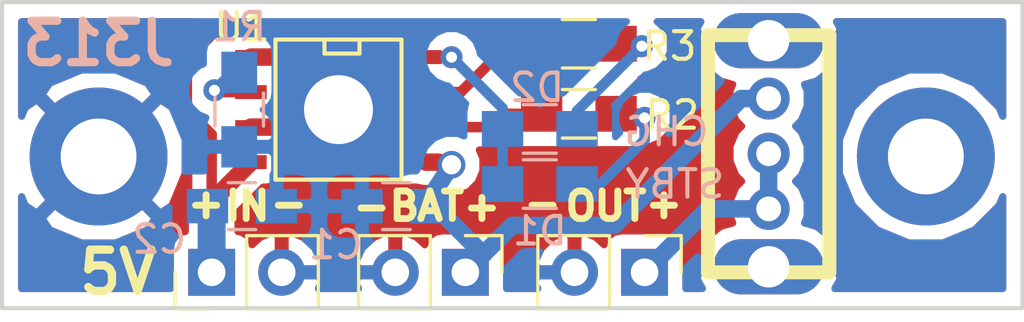
<source format=kicad_pcb>
(kicad_pcb (version 20171130) (host pcbnew "(5.0.2)-1")

  (general
    (thickness 1.6)
    (drawings 23)
    (tracks 58)
    (zones 0)
    (modules 14)
    (nets 10)
  )

  (page A4)
  (layers
    (0 F.Cu signal)
    (31 B.Cu signal)
    (32 B.Adhes user)
    (33 F.Adhes user)
    (34 B.Paste user)
    (35 F.Paste user)
    (36 B.SilkS user)
    (37 F.SilkS user)
    (38 B.Mask user)
    (39 F.Mask user)
    (40 Dwgs.User user)
    (41 Cmts.User user hide)
    (42 Eco1.User user)
    (43 Eco2.User user)
    (44 Edge.Cuts user)
    (45 Margin user)
    (46 B.CrtYd user)
    (47 F.CrtYd user)
    (48 B.Fab user)
    (49 F.Fab user)
  )

  (setup
    (last_trace_width 0.25)
    (user_trace_width 0.254)
    (user_trace_width 0.381)
    (user_trace_width 0.635)
    (user_trace_width 1.016)
    (user_trace_width 1.27)
    (trace_clearance 0.2)
    (zone_clearance 0.508)
    (zone_45_only no)
    (trace_min 0.2)
    (segment_width 0.2)
    (edge_width 0.15)
    (via_size 0.8)
    (via_drill 0.4)
    (via_min_size 0.4)
    (via_min_drill 0.3)
    (user_via 1 0.7)
    (uvia_size 0.3)
    (uvia_drill 0.1)
    (uvias_allowed no)
    (uvia_min_size 0.2)
    (uvia_min_drill 0.1)
    (pcb_text_width 0.3)
    (pcb_text_size 1.5 1.5)
    (mod_edge_width 0.15)
    (mod_text_size 1 1)
    (mod_text_width 0.15)
    (pad_size 4 4)
    (pad_drill 2.5)
    (pad_to_mask_clearance 0.2)
    (solder_mask_min_width 0.25)
    (aux_axis_origin 0 0)
    (grid_origin 171.6 90.1)
    (visible_elements 7FFDFFFF)
    (pcbplotparams
      (layerselection 0x010f0_ffffffff)
      (usegerberextensions true)
      (usegerberattributes false)
      (usegerberadvancedattributes false)
      (creategerberjobfile false)
      (excludeedgelayer true)
      (linewidth 0.100000)
      (plotframeref false)
      (viasonmask false)
      (mode 1)
      (useauxorigin false)
      (hpglpennumber 1)
      (hpglpenspeed 20)
      (hpglpendiameter 15.000000)
      (psnegative false)
      (psa4output false)
      (plotreference true)
      (plotvalue true)
      (plotinvisibletext false)
      (padsonsilk false)
      (subtractmaskfromsilk false)
      (outputformat 1)
      (mirror false)
      (drillshape 0)
      (scaleselection 1)
      (outputdirectory ""))
  )

  (net 0 "")
  (net 1 "Net-(J1-Pad1)")
  (net 2 "Net-(C1-Pad1)")
  (net 3 GND)
  (net 4 "Net-(C2-Pad1)")
  (net 5 "Net-(D1-Pad1)")
  (net 6 "Net-(D2-Pad1)")
  (net 7 "Net-(R1-Pad2)")
  (net 8 "Net-(R2-Pad1)")
  (net 9 "Net-(R3-Pad1)")

  (net_class Default "This is the default net class."
    (clearance 0.2)
    (trace_width 0.25)
    (via_dia 0.8)
    (via_drill 0.4)
    (uvia_dia 0.3)
    (uvia_drill 0.1)
    (add_net GND)
    (add_net "Net-(C1-Pad1)")
    (add_net "Net-(C2-Pad1)")
    (add_net "Net-(D1-Pad1)")
    (add_net "Net-(D2-Pad1)")
    (add_net "Net-(J1-Pad1)")
    (add_net "Net-(R1-Pad2)")
    (add_net "Net-(R2-Pad1)")
    (add_net "Net-(R3-Pad1)")
  )

  (module modules:CK_MINI_SLIDE_SWITCH (layer F.Cu) (tedit 5C88CD12) (tstamp 5BDABB13)
    (at 180.3 87.3 90)
    (path /5C890328)
    (fp_text reference SW1 (at 0.1 -1.3 90) (layer F.SilkS) hide
      (effects (font (size 1 1) (thickness 0.15)))
    )
    (fp_text value POWER (at 0 1.27 90) (layer F.Fab) hide
      (effects (font (size 1 1) (thickness 0.15)))
    )
    (fp_line (start -4.3 -2.2) (end -4.3 2.2) (layer F.SilkS) (width 0.508))
    (fp_line (start -4.3 2.2) (end 4.3 2.2) (layer F.SilkS) (width 0.508))
    (fp_line (start 4.3 2.2) (end 4.3 -2.2) (layer F.SilkS) (width 0.508))
    (fp_line (start 4.3 -2.2) (end -4.3 -2.2) (layer F.SilkS) (width 0.508))
    (pad 4 thru_hole oval (at -4.1 0 90) (size 2 4) (drill 1.5) (layers *.Cu *.Mask)
      (net 3 GND))
    (pad 1 thru_hole circle (at -2 0 90) (size 1.524 1.524) (drill 0.9) (layers *.Cu *.Mask)
      (net 1 "Net-(J1-Pad1)"))
    (pad 3 thru_hole circle (at 2 0 90) (size 1.524 1.524) (drill 0.9) (layers *.Cu *.Mask)
      (net 2 "Net-(C1-Pad1)"))
    (pad 2 thru_hole circle (at 0 0 90) (size 1.524 1.524) (drill 0.9) (layers *.Cu *.Mask)
      (net 1 "Net-(J1-Pad1)"))
    (pad 4 thru_hole oval (at 4.1 0 90) (size 2 4) (drill 1.5) (layers *.Cu *.Mask)
      (net 3 GND))
  )

  (module Pin_Headers:Pin_Header_Straight_1x02_Pitch2.54mm (layer F.Cu) (tedit 5C352302) (tstamp 5C3545CF)
    (at 169.3 91.6 270)
    (descr "Through hole straight pin header, 1x02, 2.54mm pitch, single row")
    (tags "Through hole pin header THT 1x02 2.54mm single row")
    (path /5C355001)
    (fp_text reference J2 (at 0 1.1938 270) (layer F.SilkS) hide
      (effects (font (size 1 1) (thickness 0.15)))
    )
    (fp_text value BAT (at -1.905 1.27) (layer F.Fab)
      (effects (font (size 1 1) (thickness 0.15)))
    )
    (fp_text user %R (at 0 1.27) (layer F.Fab)
      (effects (font (size 1 1) (thickness 0.15)))
    )
    (fp_line (start 1.8 -1.8) (end -1.8 -1.8) (layer F.CrtYd) (width 0.05))
    (fp_line (start 1.8 4.35) (end 1.8 -1.8) (layer F.CrtYd) (width 0.05))
    (fp_line (start -1.8 4.35) (end 1.8 4.35) (layer F.CrtYd) (width 0.05))
    (fp_line (start -1.8 -1.8) (end -1.8 4.35) (layer F.CrtYd) (width 0.05))
    (fp_line (start -1.33 -1.33) (end 0 -1.33) (layer F.SilkS) (width 0.12))
    (fp_line (start -1.33 0) (end -1.33 -1.33) (layer F.SilkS) (width 0.12))
    (fp_line (start -1.33 1.27) (end 1.33 1.27) (layer F.SilkS) (width 0.12))
    (fp_line (start 1.33 1.27) (end 1.33 3.87) (layer F.SilkS) (width 0.12))
    (fp_line (start -1.33 1.27) (end -1.33 3.87) (layer F.SilkS) (width 0.12))
    (fp_line (start -1.33 3.87) (end 1.33 3.87) (layer F.SilkS) (width 0.12))
    (fp_line (start -1.27 -0.635) (end -0.635 -1.27) (layer F.Fab) (width 0.1))
    (fp_line (start -1.27 3.81) (end -1.27 -0.635) (layer F.Fab) (width 0.1))
    (fp_line (start 1.27 3.81) (end -1.27 3.81) (layer F.Fab) (width 0.1))
    (fp_line (start 1.27 -1.27) (end 1.27 3.81) (layer F.Fab) (width 0.1))
    (fp_line (start -0.635 -1.27) (end 1.27 -1.27) (layer F.Fab) (width 0.1))
    (pad 2 thru_hole oval (at 0 2.54 270) (size 1.7 1.7) (drill 1) (layers *.Cu *.Mask)
      (net 3 GND))
    (pad 1 thru_hole rect (at 0 0 270) (size 1.7 1.7) (drill 1) (layers *.Cu *.Mask)
      (net 2 "Net-(C1-Pad1)"))
    (model ${KISYS3DMOD}/Pin_Headers.3dshapes/Pin_Header_Straight_1x02_Pitch2.54mm.wrl
      (at (xyz 0 0 0))
      (scale (xyz 1 1 1))
      (rotate (xyz 0 0 0))
    )
  )

  (module Resistors_SMD:R_0805_HandSoldering (layer B.Cu) (tedit 5C88CFF9) (tstamp 5C3545A3)
    (at 172 86.4 180)
    (descr "Resistor SMD 0805, hand soldering")
    (tags "resistor 0805")
    (path /5C3542D9)
    (attr smd)
    (fp_text reference D2 (at 0.1 1.5 180) (layer B.SilkS)
      (effects (font (size 1 1) (thickness 0.15)) (justify mirror))
    )
    (fp_text value CHG (at 0.0508 1.6002 180) (layer B.Fab)
      (effects (font (size 1 1) (thickness 0.15)) (justify mirror))
    )
    (fp_line (start 2.35 -0.9) (end -2.35 -0.9) (layer B.CrtYd) (width 0.05))
    (fp_line (start 2.35 -0.9) (end 2.35 0.9) (layer B.CrtYd) (width 0.05))
    (fp_line (start -2.35 0.9) (end -2.35 -0.9) (layer B.CrtYd) (width 0.05))
    (fp_line (start -2.35 0.9) (end 2.35 0.9) (layer B.CrtYd) (width 0.05))
    (fp_line (start -0.6 0.88) (end 0.6 0.88) (layer B.SilkS) (width 0.12))
    (fp_line (start 0.6 -0.88) (end -0.6 -0.88) (layer B.SilkS) (width 0.12))
    (fp_line (start -1 0.62) (end 1 0.62) (layer B.Fab) (width 0.1))
    (fp_line (start 1 0.62) (end 1 -0.62) (layer B.Fab) (width 0.1))
    (fp_line (start 1 -0.62) (end -1 -0.62) (layer B.Fab) (width 0.1))
    (fp_line (start -1 -0.62) (end -1 0.62) (layer B.Fab) (width 0.1))
    (fp_text user %R (at 0 0 180) (layer B.Fab)
      (effects (font (size 0.5 0.5) (thickness 0.075)) (justify mirror))
    )
    (pad 2 smd rect (at 1.35 0 180) (size 1.5 1.3) (layers B.Cu B.Paste B.Mask)
      (net 4 "Net-(C2-Pad1)"))
    (pad 1 smd rect (at -1.35 0 180) (size 1.5 1.3) (layers B.Cu B.Paste B.Mask)
      (net 6 "Net-(D2-Pad1)"))
    (model ${KISYS3DMOD}/Resistors_SMD.3dshapes/R_0805.wrl
      (at (xyz 0 0 0))
      (scale (xyz 1 1 1))
      (rotate (xyz 0 0 0))
    )
  )

  (module Mounting_Holes:MountingHole_2.5mm_Pad (layer F.Cu) (tedit 5C88C9CE) (tstamp 5C35D1BC)
    (at 156 87.4)
    (descr "Mounting Hole 2.5mm")
    (tags "mounting hole 2.5mm")
    (path /5C88D0CE)
    (attr virtual)
    (fp_text reference H1 (at 0 -3.5) (layer F.SilkS) hide
      (effects (font (size 1 1) (thickness 0.15)))
    )
    (fp_text value "Mounting Holes" (at 0 3.5) (layer F.Fab)
      (effects (font (size 1 1) (thickness 0.15)))
    )
    (fp_text user %R (at 0.3 0) (layer F.Fab)
      (effects (font (size 1 1) (thickness 0.15)))
    )
    (fp_circle (center 0 0) (end 2.5 0) (layer Cmts.User) (width 0.15))
    (fp_circle (center 0 0) (end 2.75 0) (layer F.CrtYd) (width 0.05))
    (pad 1 thru_hole circle (at 0 0) (size 5 5) (drill 2.75) (layers *.Cu *.Mask)
      (net 3 GND))
  )

  (module Mounting_Holes:MountingHole_2.5mm_Pad (layer F.Cu) (tedit 5C88C9C9) (tstamp 5C35D1B4)
    (at 186 87.4)
    (descr "Mounting Hole 2.5mm")
    (tags "mounting hole 2.5mm")
    (attr virtual)
    (fp_text reference H1 (at 0 -3.5) (layer F.SilkS) hide
      (effects (font (size 1 1) (thickness 0.15)))
    )
    (fp_text value "" (at 0 3.5) (layer F.Fab)
      (effects (font (size 1 1) (thickness 0.15)))
    )
    (fp_circle (center 0 0) (end 2.75 0) (layer F.CrtYd) (width 0.05))
    (fp_circle (center 0 0) (end 2.5 0) (layer Cmts.User) (width 0.15))
    (fp_text user %R (at 0.3 0) (layer F.Fab)
      (effects (font (size 1 1) (thickness 0.15)))
    )
    (pad 1 thru_hole circle (at 0 0) (size 5 5) (drill 2.75) (layers *.Cu *.Mask))
  )

  (module modules:SOIC-8-N-POWERPAD (layer F.Cu) (tedit 5C88CF27) (tstamp 5C35462B)
    (at 164.7 85.7 270)
    (descr "Module Narrow CMS SOJ 8 pins large")
    (tags "CMS SOJ")
    (path /5C353E09)
    (attr smd)
    (fp_text reference U1 (at -3 3.5) (layer F.SilkS)
      (effects (font (size 1 1) (thickness 0.15)))
    )
    (fp_text value TP4056 (at 0 1.27 270) (layer F.Fab)
      (effects (font (size 1 1) (thickness 0.15)))
    )
    (fp_line (start -2.54 -2.286) (end 2.54 -2.286) (layer F.SilkS) (width 0.15))
    (fp_line (start 2.54 -2.286) (end 2.54 2.286) (layer F.SilkS) (width 0.15))
    (fp_line (start 2.54 2.286) (end -2.54 2.286) (layer F.SilkS) (width 0.15))
    (fp_line (start -2.54 2.286) (end -2.54 -2.286) (layer F.SilkS) (width 0.15))
    (fp_line (start -2.54 -0.762) (end -2.032 -0.762) (layer F.SilkS) (width 0.15))
    (fp_line (start -2.032 -0.762) (end -2.032 0.508) (layer F.SilkS) (width 0.15))
    (fp_line (start -2.032 0.508) (end -2.54 0.508) (layer F.SilkS) (width 0.15))
    (pad 8 smd rect (at -1.905 -3.175 270) (size 0.508 1.143) (layers F.Cu F.Paste F.Mask)
      (net 4 "Net-(C2-Pad1)"))
    (pad 7 smd rect (at -0.635 -3.175 270) (size 0.508 1.143) (layers F.Cu F.Paste F.Mask)
      (net 9 "Net-(R3-Pad1)"))
    (pad 6 smd rect (at 0.635 -3.175 270) (size 0.508 1.143) (layers F.Cu F.Paste F.Mask)
      (net 8 "Net-(R2-Pad1)"))
    (pad 5 smd rect (at 1.905 -3.175 270) (size 0.508 1.143) (layers F.Cu F.Paste F.Mask)
      (net 2 "Net-(C1-Pad1)"))
    (pad 4 smd rect (at 1.905 3.175 270) (size 0.508 1.143) (layers F.Cu F.Paste F.Mask)
      (net 4 "Net-(C2-Pad1)"))
    (pad 3 smd rect (at 0.635 3.175 270) (size 0.508 1.143) (layers F.Cu F.Paste F.Mask)
      (net 3 GND))
    (pad 2 smd rect (at -0.635 3.175 270) (size 0.508 1.143) (layers F.Cu F.Paste F.Mask)
      (net 7 "Net-(R1-Pad2)"))
    (pad 1 smd rect (at -1.905 3.175 270) (size 0.508 1.143) (layers F.Cu F.Paste F.Mask)
      (net 3 GND))
    (pad 3 thru_hole rect (at 0 0 270) (size 4 4) (drill 2.5) (layers *.Cu *.Mask)
      (net 3 GND) (zone_connect 2))
    (model SMD_Packages.3dshapes/SOIC-8-N.wrl
      (at (xyz 0 0 0))
      (scale (xyz 0.5 0.38 0.5))
      (rotate (xyz 0 0 0))
    )
  )

  (module Capacitors_SMD:C_0805_HandSoldering (layer B.Cu) (tedit 5C88CFDE) (tstamp 5C354570)
    (at 166.8 89.2 180)
    (descr "Capacitor SMD 0805, hand soldering")
    (tags "capacitor 0805")
    (path /5C353F7F)
    (attr smd)
    (fp_text reference C1 (at 2.2 -1.4 180) (layer B.SilkS)
      (effects (font (size 1 1) (thickness 0.15)) (justify mirror))
    )
    (fp_text value 10u (at -0.0254 0 180) (layer B.Fab)
      (effects (font (size 1 1) (thickness 0.15)) (justify mirror))
    )
    (fp_text user %R (at 2.9 -1.3 180) (layer B.Fab)
      (effects (font (size 1 1) (thickness 0.15)) (justify mirror))
    )
    (fp_line (start -1 -0.62) (end -1 0.62) (layer B.Fab) (width 0.1))
    (fp_line (start 1 -0.62) (end -1 -0.62) (layer B.Fab) (width 0.1))
    (fp_line (start 1 0.62) (end 1 -0.62) (layer B.Fab) (width 0.1))
    (fp_line (start -1 0.62) (end 1 0.62) (layer B.Fab) (width 0.1))
    (fp_line (start 0.5 0.85) (end -0.5 0.85) (layer B.SilkS) (width 0.12))
    (fp_line (start -0.5 -0.85) (end 0.5 -0.85) (layer B.SilkS) (width 0.12))
    (fp_line (start -2.25 0.88) (end 2.25 0.88) (layer B.CrtYd) (width 0.05))
    (fp_line (start -2.25 0.88) (end -2.25 -0.87) (layer B.CrtYd) (width 0.05))
    (fp_line (start 2.25 -0.87) (end 2.25 0.88) (layer B.CrtYd) (width 0.05))
    (fp_line (start 2.25 -0.87) (end -2.25 -0.87) (layer B.CrtYd) (width 0.05))
    (pad 1 smd rect (at -1.25 0 180) (size 1.5 1.25) (layers B.Cu B.Paste B.Mask)
      (net 2 "Net-(C1-Pad1)"))
    (pad 2 smd rect (at 1.25 0 180) (size 1.5 1.25) (layers B.Cu B.Paste B.Mask)
      (net 3 GND))
    (model Capacitors_SMD.3dshapes/C_0805.wrl
      (at (xyz 0 0 0))
      (scale (xyz 1 1 1))
      (rotate (xyz 0 0 0))
    )
  )

  (module Capacitors_SMD:C_0805_HandSoldering (layer B.Cu) (tedit 5C88CFE4) (tstamp 5C354581)
    (at 161.2 89.2)
    (descr "Capacitor SMD 0805, hand soldering")
    (tags "capacitor 0805")
    (path /5C353ED5)
    (attr smd)
    (fp_text reference C2 (at -3 1.2) (layer B.SilkS)
      (effects (font (size 1 1) (thickness 0.15)) (justify mirror))
    )
    (fp_text value 10u (at 0 -0.0254) (layer B.Fab)
      (effects (font (size 1 1) (thickness 0.15)) (justify mirror))
    )
    (fp_line (start 2.25 -0.87) (end -2.25 -0.87) (layer B.CrtYd) (width 0.05))
    (fp_line (start 2.25 -0.87) (end 2.25 0.88) (layer B.CrtYd) (width 0.05))
    (fp_line (start -2.25 0.88) (end -2.25 -0.87) (layer B.CrtYd) (width 0.05))
    (fp_line (start -2.25 0.88) (end 2.25 0.88) (layer B.CrtYd) (width 0.05))
    (fp_line (start -0.5 -0.85) (end 0.5 -0.85) (layer B.SilkS) (width 0.12))
    (fp_line (start 0.5 0.85) (end -0.5 0.85) (layer B.SilkS) (width 0.12))
    (fp_line (start -1 0.62) (end 1 0.62) (layer B.Fab) (width 0.1))
    (fp_line (start 1 0.62) (end 1 -0.62) (layer B.Fab) (width 0.1))
    (fp_line (start 1 -0.62) (end -1 -0.62) (layer B.Fab) (width 0.1))
    (fp_line (start -1 -0.62) (end -1 0.62) (layer B.Fab) (width 0.1))
    (fp_text user %R (at -3.1 0.4) (layer B.Fab)
      (effects (font (size 1 1) (thickness 0.15)) (justify mirror))
    )
    (pad 2 smd rect (at 1.25 0) (size 1.5 1.25) (layers B.Cu B.Paste B.Mask)
      (net 3 GND))
    (pad 1 smd rect (at -1.25 0) (size 1.5 1.25) (layers B.Cu B.Paste B.Mask)
      (net 4 "Net-(C2-Pad1)"))
    (model Capacitors_SMD.3dshapes/C_0805.wrl
      (at (xyz 0 0 0))
      (scale (xyz 1 1 1))
      (rotate (xyz 0 0 0))
    )
  )

  (module Resistors_SMD:R_0805_HandSoldering (layer B.Cu) (tedit 5C87AAA6) (tstamp 5C354592)
    (at 172 88.4 180)
    (descr "Resistor SMD 0805, hand soldering")
    (tags "resistor 0805")
    (path /5C354101)
    (attr smd)
    (fp_text reference D1 (at 0 -1.7 180) (layer B.SilkS)
      (effects (font (size 1 1) (thickness 0.15)) (justify mirror))
    )
    (fp_text value STBY (at -0.0254 -1.7526 180) (layer B.Fab)
      (effects (font (size 1 1) (thickness 0.15)) (justify mirror))
    )
    (fp_text user %R (at 0 0 180) (layer B.Fab)
      (effects (font (size 0.5 0.5) (thickness 0.075)) (justify mirror))
    )
    (fp_line (start -1 -0.62) (end -1 0.62) (layer B.Fab) (width 0.1))
    (fp_line (start 1 -0.62) (end -1 -0.62) (layer B.Fab) (width 0.1))
    (fp_line (start 1 0.62) (end 1 -0.62) (layer B.Fab) (width 0.1))
    (fp_line (start -1 0.62) (end 1 0.62) (layer B.Fab) (width 0.1))
    (fp_line (start 0.6 -0.88) (end -0.6 -0.88) (layer B.SilkS) (width 0.12))
    (fp_line (start -0.6 0.88) (end 0.6 0.88) (layer B.SilkS) (width 0.12))
    (fp_line (start -2.35 0.9) (end 2.35 0.9) (layer B.CrtYd) (width 0.05))
    (fp_line (start -2.35 0.9) (end -2.35 -0.9) (layer B.CrtYd) (width 0.05))
    (fp_line (start 2.35 -0.9) (end 2.35 0.9) (layer B.CrtYd) (width 0.05))
    (fp_line (start 2.35 -0.9) (end -2.35 -0.9) (layer B.CrtYd) (width 0.05))
    (pad 1 smd rect (at -1.35 0 180) (size 1.5 1.3) (layers B.Cu B.Paste B.Mask)
      (net 5 "Net-(D1-Pad1)"))
    (pad 2 smd rect (at 1.35 0 180) (size 1.5 1.3) (layers B.Cu B.Paste B.Mask)
      (net 4 "Net-(C2-Pad1)"))
    (model ${KISYS3DMOD}/Resistors_SMD.3dshapes/R_0805.wrl
      (at (xyz 0 0 0))
      (scale (xyz 1 1 1))
      (rotate (xyz 0 0 0))
    )
  )

  (module Pin_Headers:Pin_Header_Straight_1x02_Pitch2.54mm (layer F.Cu) (tedit 5C352304) (tstamp 5C3545B9)
    (at 175.8 91.6 270)
    (descr "Through hole straight pin header, 1x02, 2.54mm pitch, single row")
    (tags "Through hole pin header THT 1x02 2.54mm single row")
    (path /5C356D5F)
    (fp_text reference J1 (at -0.0508 1.2446 270) (layer F.SilkS) hide
      (effects (font (size 1 1) (thickness 0.15)))
    )
    (fp_text value OUT (at -1.905 1.27) (layer F.Fab)
      (effects (font (size 1 1) (thickness 0.15)))
    )
    (fp_text user %R (at 0 1.27) (layer F.Fab)
      (effects (font (size 1 1) (thickness 0.15)))
    )
    (fp_line (start 1.8 -1.8) (end -1.8 -1.8) (layer F.CrtYd) (width 0.05))
    (fp_line (start 1.8 4.35) (end 1.8 -1.8) (layer F.CrtYd) (width 0.05))
    (fp_line (start -1.8 4.35) (end 1.8 4.35) (layer F.CrtYd) (width 0.05))
    (fp_line (start -1.8 -1.8) (end -1.8 4.35) (layer F.CrtYd) (width 0.05))
    (fp_line (start -1.33 -1.33) (end 0 -1.33) (layer F.SilkS) (width 0.12))
    (fp_line (start -1.33 0) (end -1.33 -1.33) (layer F.SilkS) (width 0.12))
    (fp_line (start -1.33 1.27) (end 1.33 1.27) (layer F.SilkS) (width 0.12))
    (fp_line (start 1.33 1.27) (end 1.33 3.87) (layer F.SilkS) (width 0.12))
    (fp_line (start -1.33 1.27) (end -1.33 3.87) (layer F.SilkS) (width 0.12))
    (fp_line (start -1.33 3.87) (end 1.33 3.87) (layer F.SilkS) (width 0.12))
    (fp_line (start -1.27 -0.635) (end -0.635 -1.27) (layer F.Fab) (width 0.1))
    (fp_line (start -1.27 3.81) (end -1.27 -0.635) (layer F.Fab) (width 0.1))
    (fp_line (start 1.27 3.81) (end -1.27 3.81) (layer F.Fab) (width 0.1))
    (fp_line (start 1.27 -1.27) (end 1.27 3.81) (layer F.Fab) (width 0.1))
    (fp_line (start -0.635 -1.27) (end 1.27 -1.27) (layer F.Fab) (width 0.1))
    (pad 2 thru_hole oval (at 0 2.54 270) (size 1.7 1.7) (drill 1) (layers *.Cu *.Mask)
      (net 3 GND))
    (pad 1 thru_hole rect (at 0 0 270) (size 1.7 1.7) (drill 1) (layers *.Cu *.Mask)
      (net 1 "Net-(J1-Pad1)"))
    (model ${KISYS3DMOD}/Pin_Headers.3dshapes/Pin_Header_Straight_1x02_Pitch2.54mm.wrl
      (at (xyz 0 0 0))
      (scale (xyz 1 1 1))
      (rotate (xyz 0 0 0))
    )
  )

  (module Pin_Headers:Pin_Header_Straight_1x02_Pitch2.54mm (layer F.Cu) (tedit 5C352308) (tstamp 5C3545E5)
    (at 160.1 91.6 90)
    (descr "Through hole straight pin header, 1x02, 2.54mm pitch, single row")
    (tags "Through hole pin header THT 1x02 2.54mm single row")
    (path /5C355BD6)
    (fp_text reference J3 (at 0 1.27 90) (layer F.SilkS) hide
      (effects (font (size 1 1) (thickness 0.15)))
    )
    (fp_text value IN (at 1.905 1.27 180) (layer F.Fab)
      (effects (font (size 1 1) (thickness 0.15)))
    )
    (fp_line (start -0.635 -1.27) (end 1.27 -1.27) (layer F.Fab) (width 0.1))
    (fp_line (start 1.27 -1.27) (end 1.27 3.81) (layer F.Fab) (width 0.1))
    (fp_line (start 1.27 3.81) (end -1.27 3.81) (layer F.Fab) (width 0.1))
    (fp_line (start -1.27 3.81) (end -1.27 -0.635) (layer F.Fab) (width 0.1))
    (fp_line (start -1.27 -0.635) (end -0.635 -1.27) (layer F.Fab) (width 0.1))
    (fp_line (start -1.33 3.87) (end 1.33 3.87) (layer F.SilkS) (width 0.12))
    (fp_line (start -1.33 1.27) (end -1.33 3.87) (layer F.SilkS) (width 0.12))
    (fp_line (start 1.33 1.27) (end 1.33 3.87) (layer F.SilkS) (width 0.12))
    (fp_line (start -1.33 1.27) (end 1.33 1.27) (layer F.SilkS) (width 0.12))
    (fp_line (start -1.33 0) (end -1.33 -1.33) (layer F.SilkS) (width 0.12))
    (fp_line (start -1.33 -1.33) (end 0 -1.33) (layer F.SilkS) (width 0.12))
    (fp_line (start -1.8 -1.8) (end -1.8 4.35) (layer F.CrtYd) (width 0.05))
    (fp_line (start -1.8 4.35) (end 1.8 4.35) (layer F.CrtYd) (width 0.05))
    (fp_line (start 1.8 4.35) (end 1.8 -1.8) (layer F.CrtYd) (width 0.05))
    (fp_line (start 1.8 -1.8) (end -1.8 -1.8) (layer F.CrtYd) (width 0.05))
    (fp_text user %R (at 0 1.27 180) (layer F.Fab)
      (effects (font (size 1 1) (thickness 0.15)))
    )
    (pad 1 thru_hole rect (at 0 0 90) (size 1.7 1.7) (drill 1) (layers *.Cu *.Mask)
      (net 4 "Net-(C2-Pad1)"))
    (pad 2 thru_hole oval (at 0 2.54 90) (size 1.7 1.7) (drill 1) (layers *.Cu *.Mask)
      (net 3 GND))
    (model ${KISYS3DMOD}/Pin_Headers.3dshapes/Pin_Header_Straight_1x02_Pitch2.54mm.wrl
      (at (xyz 0 0 0))
      (scale (xyz 1 1 1))
      (rotate (xyz 0 0 0))
    )
  )

  (module Resistors_SMD:R_0805_HandSoldering (layer B.Cu) (tedit 5C87AAE2) (tstamp 5C3545F6)
    (at 161.1 85.7 90)
    (descr "Resistor SMD 0805, hand soldering")
    (tags "resistor 0805")
    (path /5C3545A5)
    (attr smd)
    (fp_text reference R1 (at 3 0) (layer B.SilkS)
      (effects (font (size 1 1) (thickness 0.15)) (justify mirror))
    )
    (fp_text value PRG (at 0.1016 0.1016 90) (layer B.Fab)
      (effects (font (size 1 1) (thickness 0.15)) (justify mirror))
    )
    (fp_line (start 2.35 -0.9) (end -2.35 -0.9) (layer B.CrtYd) (width 0.05))
    (fp_line (start 2.35 -0.9) (end 2.35 0.9) (layer B.CrtYd) (width 0.05))
    (fp_line (start -2.35 0.9) (end -2.35 -0.9) (layer B.CrtYd) (width 0.05))
    (fp_line (start -2.35 0.9) (end 2.35 0.9) (layer B.CrtYd) (width 0.05))
    (fp_line (start -0.6 0.88) (end 0.6 0.88) (layer B.SilkS) (width 0.12))
    (fp_line (start 0.6 -0.88) (end -0.6 -0.88) (layer B.SilkS) (width 0.12))
    (fp_line (start -1 0.62) (end 1 0.62) (layer B.Fab) (width 0.1))
    (fp_line (start 1 0.62) (end 1 -0.62) (layer B.Fab) (width 0.1))
    (fp_line (start 1 -0.62) (end -1 -0.62) (layer B.Fab) (width 0.1))
    (fp_line (start -1 -0.62) (end -1 0.62) (layer B.Fab) (width 0.1))
    (fp_text user %R (at 0 0 90) (layer B.Fab)
      (effects (font (size 0.5 0.5) (thickness 0.075)) (justify mirror))
    )
    (pad 2 smd rect (at 1.35 0 90) (size 1.5 1.3) (layers B.Cu B.Paste B.Mask)
      (net 7 "Net-(R1-Pad2)"))
    (pad 1 smd rect (at -1.35 0 90) (size 1.5 1.3) (layers B.Cu B.Paste B.Mask)
      (net 3 GND))
    (model ${KISYS3DMOD}/Resistors_SMD.3dshapes/R_0805.wrl
      (at (xyz 0 0 0))
      (scale (xyz 1 1 1))
      (rotate (xyz 0 0 0))
    )
  )

  (module Resistors_SMD:R_0805_HandSoldering (layer F.Cu) (tedit 5C87AA4B) (tstamp 5C354607)
    (at 173.417 85.852)
    (descr "Resistor SMD 0805, hand soldering")
    (tags "resistor 0805")
    (path /5C354021)
    (attr smd)
    (fp_text reference R2 (at 3.383 0.048) (layer F.SilkS)
      (effects (font (size 1 1) (thickness 0.15)))
    )
    (fp_text value 1K (at 0.1016 0.0254) (layer F.Fab)
      (effects (font (size 1 1) (thickness 0.15)))
    )
    (fp_line (start 2.35 0.9) (end -2.35 0.9) (layer F.CrtYd) (width 0.05))
    (fp_line (start 2.35 0.9) (end 2.35 -0.9) (layer F.CrtYd) (width 0.05))
    (fp_line (start -2.35 -0.9) (end -2.35 0.9) (layer F.CrtYd) (width 0.05))
    (fp_line (start -2.35 -0.9) (end 2.35 -0.9) (layer F.CrtYd) (width 0.05))
    (fp_line (start -0.6 -0.88) (end 0.6 -0.88) (layer F.SilkS) (width 0.12))
    (fp_line (start 0.6 0.88) (end -0.6 0.88) (layer F.SilkS) (width 0.12))
    (fp_line (start -1 -0.62) (end 1 -0.62) (layer F.Fab) (width 0.1))
    (fp_line (start 1 -0.62) (end 1 0.62) (layer F.Fab) (width 0.1))
    (fp_line (start 1 0.62) (end -1 0.62) (layer F.Fab) (width 0.1))
    (fp_line (start -1 0.62) (end -1 -0.62) (layer F.Fab) (width 0.1))
    (fp_text user %R (at 0 0) (layer F.Fab)
      (effects (font (size 0.5 0.5) (thickness 0.075)))
    )
    (pad 2 smd rect (at 1.35 0) (size 1.5 1.3) (layers F.Cu F.Paste F.Mask)
      (net 5 "Net-(D1-Pad1)"))
    (pad 1 smd rect (at -1.35 0) (size 1.5 1.3) (layers F.Cu F.Paste F.Mask)
      (net 8 "Net-(R2-Pad1)"))
    (model ${KISYS3DMOD}/Resistors_SMD.3dshapes/R_0805.wrl
      (at (xyz 0 0 0))
      (scale (xyz 1 1 1))
      (rotate (xyz 0 0 0))
    )
  )

  (module Resistors_SMD:R_0805_HandSoldering (layer F.Cu) (tedit 5C87AA4D) (tstamp 5C354618)
    (at 173.417 83.312)
    (descr "Resistor SMD 0805, hand soldering")
    (tags "resistor 0805")
    (path /5C35443A)
    (attr smd)
    (fp_text reference R3 (at 3.283 0.088) (layer F.SilkS)
      (effects (font (size 1 1) (thickness 0.15)))
    )
    (fp_text value 1K (at 0.1778 0.0254) (layer F.Fab)
      (effects (font (size 1 1) (thickness 0.15)))
    )
    (fp_text user %R (at 0 0) (layer F.Fab)
      (effects (font (size 0.5 0.5) (thickness 0.075)))
    )
    (fp_line (start -1 0.62) (end -1 -0.62) (layer F.Fab) (width 0.1))
    (fp_line (start 1 0.62) (end -1 0.62) (layer F.Fab) (width 0.1))
    (fp_line (start 1 -0.62) (end 1 0.62) (layer F.Fab) (width 0.1))
    (fp_line (start -1 -0.62) (end 1 -0.62) (layer F.Fab) (width 0.1))
    (fp_line (start 0.6 0.88) (end -0.6 0.88) (layer F.SilkS) (width 0.12))
    (fp_line (start -0.6 -0.88) (end 0.6 -0.88) (layer F.SilkS) (width 0.12))
    (fp_line (start -2.35 -0.9) (end 2.35 -0.9) (layer F.CrtYd) (width 0.05))
    (fp_line (start -2.35 -0.9) (end -2.35 0.9) (layer F.CrtYd) (width 0.05))
    (fp_line (start 2.35 0.9) (end 2.35 -0.9) (layer F.CrtYd) (width 0.05))
    (fp_line (start 2.35 0.9) (end -2.35 0.9) (layer F.CrtYd) (width 0.05))
    (pad 1 smd rect (at -1.35 0) (size 1.5 1.3) (layers F.Cu F.Paste F.Mask)
      (net 9 "Net-(R3-Pad1)"))
    (pad 2 smd rect (at 1.35 0) (size 1.5 1.3) (layers F.Cu F.Paste F.Mask)
      (net 6 "Net-(D2-Pad1)"))
    (model ${KISYS3DMOD}/Resistors_SMD.3dshapes/R_0805.wrl
      (at (xyz 0 0 0))
      (scale (xyz 1 1 1))
      (rotate (xyz 0 0 0))
    )
  )

  (dimension 11.1 (width 0.3) (layer Cmts.User)
    (gr_text "11.100 mm" (at 194.1 87.35 90) (layer Cmts.User)
      (effects (font (size 1.5 1.5) (thickness 0.3)))
    )
    (feature1 (pts (xy 189.5 81.8) (xy 192.586421 81.8)))
    (feature2 (pts (xy 189.5 92.9) (xy 192.586421 92.9)))
    (crossbar (pts (xy 192 92.9) (xy 192 81.8)))
    (arrow1a (pts (xy 192 81.8) (xy 192.586421 82.926504)))
    (arrow1b (pts (xy 192 81.8) (xy 191.413579 82.926504)))
    (arrow2a (pts (xy 192 92.9) (xy 192.586421 91.773496)))
    (arrow2b (pts (xy 192 92.9) (xy 191.413579 91.773496)))
  )
  (dimension 5 (width 0.3) (layer Cmts.User)
    (gr_text "5.000 mm" (at 183.5 79.2) (layer Cmts.User)
      (effects (font (size 1.5 1.5) (thickness 0.3)))
    )
    (feature1 (pts (xy 181 87.4) (xy 181 80.713579)))
    (feature2 (pts (xy 186 87.4) (xy 186 80.713579)))
    (crossbar (pts (xy 186 81.3) (xy 181 81.3)))
    (arrow1a (pts (xy 181 81.3) (xy 182.126504 80.713579)))
    (arrow1b (pts (xy 181 81.3) (xy 182.126504 81.886421)))
    (arrow2a (pts (xy 186 81.3) (xy 184.873496 80.713579)))
    (arrow2b (pts (xy 186 81.3) (xy 184.873496 81.886421)))
  )
  (dimension 13.3 (width 0.3) (layer Cmts.User)
    (gr_text "13.300 mm" (at 179.35 96.7) (layer Cmts.User)
      (effects (font (size 1.5 1.5) (thickness 0.3)))
    )
    (feature1 (pts (xy 172.7 87.4) (xy 172.7 95.186421)))
    (feature2 (pts (xy 186 87.4) (xy 186 95.186421)))
    (crossbar (pts (xy 186 94.6) (xy 172.7 94.6)))
    (arrow1a (pts (xy 172.7 94.6) (xy 173.826504 94.013579)))
    (arrow1b (pts (xy 172.7 94.6) (xy 173.826504 95.186421)))
    (arrow2a (pts (xy 186 94.6) (xy 184.873496 94.013579)))
    (arrow2b (pts (xy 186 94.6) (xy 184.873496 95.186421)))
  )
  (dimension 37 (width 0.3) (layer Cmts.User)
    (gr_text "37.000 mm" (at 171 104.8) (layer Cmts.User)
      (effects (font (size 1.5 1.5) (thickness 0.3)))
    )
    (feature1 (pts (xy 152.5 92.9) (xy 152.5 103.286421)))
    (feature2 (pts (xy 189.5 92.9) (xy 189.5 103.286421)))
    (crossbar (pts (xy 189.5 102.7) (xy 152.5 102.7)))
    (arrow1a (pts (xy 152.5 102.7) (xy 153.626504 102.113579)))
    (arrow1b (pts (xy 152.5 102.7) (xy 153.626504 103.286421)))
    (arrow2a (pts (xy 189.5 102.7) (xy 188.373496 102.113579)))
    (arrow2b (pts (xy 189.5 102.7) (xy 188.373496 103.286421)))
  )
  (dimension 30 (width 0.3) (layer Cmts.User)
    (gr_text "30.000 mm" (at 171 100.9) (layer Cmts.User)
      (effects (font (size 1.5 1.5) (thickness 0.3)))
    )
    (feature1 (pts (xy 186 87.4) (xy 186 99.386421)))
    (feature2 (pts (xy 156 87.4) (xy 156 99.386421)))
    (crossbar (pts (xy 156 98.8) (xy 186 98.8)))
    (arrow1a (pts (xy 186 98.8) (xy 184.873496 99.386421)))
    (arrow1b (pts (xy 186 98.8) (xy 184.873496 98.213579)))
    (arrow2a (pts (xy 156 98.8) (xy 157.126504 99.386421)))
    (arrow2b (pts (xy 156 98.8) (xy 157.126504 98.213579)))
  )
  (gr_line (start 189.5 92.9) (end 152.5 92.9) (angle 90) (layer Edge.Cuts) (width 0.15))
  (gr_line (start 152.5 81.8) (end 189.5 81.8) (angle 90) (layer Edge.Cuts) (width 0.15))
  (gr_line (start 189.5 81.8) (end 189.5 92.9) (angle 90) (layer Edge.Cuts) (width 0.15) (tstamp 5C87A7BE))
  (gr_line (start 152.5 81.8) (end 152.5 92.9) (angle 90) (layer Edge.Cuts) (width 0.15))
  (gr_text 5V (at 156.7 91.6) (layer F.SilkS) (tstamp 5C355600)
    (effects (font (size 1.5 1.5) (thickness 0.3)))
  )
  (gr_line (start 187.8188 87.376) (end 152.7668 87.376) (angle 90) (layer Cmts.User) (width 0.2))
  (gr_text CHG (at 176.6 86.5) (layer B.SilkS) (tstamp 5C353827)
    (effects (font (size 1 1) (thickness 0.15)) (justify mirror))
  )
  (gr_text STBY (at 176.9 88.4) (layer B.SilkS) (tstamp 5C353825)
    (effects (font (size 1 1) (thickness 0.15)) (justify mirror))
  )
  (gr_text J313 (at 156 83.3) (layer B.SilkS)
    (effects (font (size 1.5 1.5) (thickness 0.3)) (justify mirror))
  )
  (gr_text - (at 165.9 89.2) (layer F.SilkS) (tstamp 5C87A97B)
    (effects (font (size 1 1) (thickness 0.25)))
  )
  (gr_text - (at 172.1 89.1) (layer F.SilkS) (tstamp 5C35D0C7)
    (effects (font (size 1 1) (thickness 0.25)))
  )
  (gr_text - (at 162.9 89.1) (layer F.SilkS)
    (effects (font (size 1 1) (thickness 0.25)))
  )
  (gr_text + (at 159.9 89.1) (layer F.SilkS) (tstamp 5C35D0C0)
    (effects (font (size 1 1) (thickness 0.25)))
  )
  (gr_text + (at 176.5 89.1) (layer F.SilkS) (tstamp 5C35D0BE)
    (effects (font (size 1 1) (thickness 0.25)))
  )
  (gr_text + (at 169.9 89.2) (layer F.SilkS)
    (effects (font (size 1 1) (thickness 0.25)))
  )
  (gr_text OUT (at 174.4 89.2) (layer F.SilkS)
    (effects (font (size 1 1) (thickness 0.25)))
  )
  (gr_text IN (at 161.4 89.2) (layer F.SilkS)
    (effects (font (size 1 1) (thickness 0.25)))
  )
  (gr_text BAT (at 167.9 89.2) (layer F.SilkS)
    (effects (font (size 1 1) (thickness 0.25)))
  )

  (segment (start 180.3 87.3) (end 180.3 89.3) (width 0.635) (layer B.Cu) (net 1) (status C00000))
  (segment (start 180.3 89.3) (end 178.1 89.3) (width 0.635) (layer B.Cu) (net 1) (status 400000))
  (segment (start 178.1 89.3) (end 175.8 91.6) (width 0.635) (layer B.Cu) (net 1) (tstamp 5C87F14A) (status 800000))
  (segment (start 180.3 85.3) (end 179.3 85.3) (width 0.635) (layer B.Cu) (net 2) (tstamp 5C87F145) (status 400000))
  (segment (start 174.7 89.9) (end 179.3 85.3) (width 0.635) (layer B.Cu) (net 2) (tstamp 5C87F143))
  (segment (start 174.7 89.9) (end 171 89.9) (width 0.635) (layer B.Cu) (net 2))
  (segment (start 171 89.9) (end 169.3 91.6) (width 0.635) (layer B.Cu) (net 2) (tstamp 5C88D9B4) (status 800000))
  (segment (start 167.875 87.605) (end 168.305 87.605) (width 0.635) (layer F.Cu) (net 2) (status C00000))
  (segment (start 168.05 88.85) (end 168.05 89.2) (width 0.635) (layer B.Cu) (net 2) (tstamp 5C87A8A8) (status C00000))
  (segment (start 168.8 87.7) (end 168.05 88.85) (width 0.635) (layer B.Cu) (net 2) (tstamp 5C87A8A7))
  (via (at 168.8 87.7) (size 1) (drill 0.7) (layers F.Cu B.Cu) (net 2))
  (segment (start 168.305 87.605) (end 168.8 87.7) (width 0.635) (layer F.Cu) (net 2) (tstamp 5C87A89C))
  (segment (start 168.05 89.2) (end 168.2 89.2) (width 0.635) (layer B.Cu) (net 2) (status C00000))
  (segment (start 169.95 90.95) (end 169.3 91.6) (width 0.635) (layer B.Cu) (net 2) (tstamp 5C88D9BA) (status C00000))
  (segment (start 168.2 89.2) (end 169.95 90.95) (width 0.635) (layer B.Cu) (net 2) (tstamp 5C88D9B8) (status C00000))
  (segment (start 161.525 83.795) (end 162.795 83.795) (width 0.635) (layer F.Cu) (net 3) (status C00000))
  (segment (start 162.795 83.795) (end 164.7 85.7) (width 0.635) (layer F.Cu) (net 3) (tstamp 5C87AE20) (status C00000))
  (segment (start 161.525 86.335) (end 164.065 86.335) (width 0.635) (layer F.Cu) (net 3) (status C00000))
  (segment (start 164.065 86.335) (end 164.7 85.7) (width 0.635) (layer F.Cu) (net 3) (tstamp 5C87AE23) (status C00000))
  (segment (start 170.65 88.4) (end 170.65 86.4) (width 0.381) (layer B.Cu) (net 4) (status C00000))
  (segment (start 170.65 86.4) (end 170.65 85.65) (width 0.381) (layer B.Cu) (net 4) (status 400000))
  (segment (start 168.795 83.795) (end 167.875 83.795) (width 0.381) (layer F.Cu) (net 4) (tstamp 5C87F150) (status 800000))
  (segment (start 168.8 83.8) (end 168.795 83.795) (width 0.381) (layer F.Cu) (net 4) (tstamp 5C87F14F))
  (via (at 168.8 83.8) (size 0.8) (drill 0.4) (layers F.Cu B.Cu) (net 4))
  (segment (start 170.65 85.65) (end 168.8 83.8) (width 0.381) (layer B.Cu) (net 4) (tstamp 5C87F14D))
  (segment (start 160.5 82.7) (end 166.78 82.7) (width 0.381) (layer F.Cu) (net 4) (tstamp 5C87D904))
  (segment (start 160.1 89.03) (end 160.1 86.6) (width 0.381) (layer F.Cu) (net 4))
  (segment (start 166.78 82.7) (end 167.875 83.795) (width 0.381) (layer F.Cu) (net 4) (tstamp 5C87D905) (status 800000))
  (segment (start 160.5 82.7) (end 160.4 82.7) (width 0.381) (layer F.Cu) (net 4))
  (segment (start 160.4 82.7) (end 159.2 83.9) (width 0.381) (layer F.Cu) (net 4) (tstamp 5C88C944))
  (segment (start 159.2 83.9) (end 159.2 85.7) (width 0.381) (layer F.Cu) (net 4) (tstamp 5C88C945))
  (segment (start 159.2 85.7) (end 160.1 86.6) (width 0.381) (layer F.Cu) (net 4) (tstamp 5C88C946))
  (segment (start 161.525 87.605) (end 160.1 89.03) (width 0.635) (layer F.Cu) (net 4) (status 400000))
  (segment (start 160.1 89.03) (end 160.1 91.6) (width 0.635) (layer F.Cu) (net 4) (tstamp 5C88D9AF) (status 800000))
  (segment (start 160.1 91.6) (end 160.1 89.35) (width 1.016) (layer B.Cu) (net 4) (status C00000))
  (segment (start 160.1 89.35) (end 159.95 89.2) (width 1.016) (layer B.Cu) (net 4) (tstamp 5C88D9E6) (status C00000))
  (segment (start 173.35 88.4) (end 174.2 88.4) (width 0.381) (layer B.Cu) (net 5) (status 400000))
  (segment (start 175.652 85.852) (end 174.767 85.852) (width 0.381) (layer F.Cu) (net 5) (tstamp 5C87E87B) (status 800000))
  (segment (start 175.8 86) (end 175.652 85.852) (width 0.381) (layer F.Cu) (net 5) (tstamp 5C87E87A))
  (via (at 175.8 86) (size 0.8) (drill 0.4) (layers F.Cu B.Cu) (net 5))
  (segment (start 175.8 86.8) (end 175.8 86) (width 0.381) (layer B.Cu) (net 5) (tstamp 5C87E878))
  (segment (start 174.2 88.4) (end 175.8 86.8) (width 0.381) (layer B.Cu) (net 5) (tstamp 5C87E877))
  (segment (start 173.35 86.4) (end 173.35 85.75) (width 0.381) (layer B.Cu) (net 6) (status C00000))
  (segment (start 175.612 83.312) (end 174.767 83.312) (width 0.381) (layer F.Cu) (net 6) (tstamp 5C87E881) (status 800000))
  (segment (start 175.7 83.4) (end 175.612 83.312) (width 0.381) (layer F.Cu) (net 6) (tstamp 5C87E880))
  (via (at 175.7 83.4) (size 0.8) (drill 0.4) (layers F.Cu B.Cu) (net 6))
  (segment (start 173.35 85.75) (end 175.7 83.4) (width 0.381) (layer B.Cu) (net 6) (tstamp 5C87E87E) (status 400000))
  (segment (start 161.525 85.065) (end 160.265 85.065) (width 0.381) (layer F.Cu) (net 7) (status 400000))
  (segment (start 160.85 84.35) (end 161.1 84.35) (width 0.381) (layer B.Cu) (net 7) (tstamp 5C87F13D) (status C00000))
  (segment (start 160.2 85) (end 160.85 84.35) (width 0.381) (layer B.Cu) (net 7) (tstamp 5C87F13C) (status 800000))
  (via (at 160.2 85) (size 0.8) (drill 0.4) (layers F.Cu B.Cu) (net 7))
  (segment (start 160.265 85.065) (end 160.2 85) (width 0.381) (layer F.Cu) (net 7) (tstamp 5C87F13A))
  (segment (start 167.875 86.335) (end 170.165 86.335) (width 0.381) (layer F.Cu) (net 8) (status 400000))
  (segment (start 170.648 85.852) (end 172.067 85.852) (width 0.381) (layer F.Cu) (net 8) (tstamp 5C87D8F6) (status 800000))
  (segment (start 170.165 86.335) (end 170.648 85.852) (width 0.381) (layer F.Cu) (net 8) (tstamp 5C87D8F5))
  (segment (start 167.875 85.065) (end 169.135 85.065) (width 0.381) (layer F.Cu) (net 9) (status 400000))
  (segment (start 170.888 83.312) (end 172.067 83.312) (width 0.381) (layer F.Cu) (net 9) (tstamp 5C87D8F2) (status 800000))
  (segment (start 169.135 85.065) (end 170.888 83.312) (width 0.381) (layer F.Cu) (net 9) (tstamp 5C87D8F1))

  (zone (net 3) (net_name GND) (layer B.Cu) (tstamp 5C87A8BC) (hatch edge 0.508)
    (connect_pads (clearance 0.508))
    (min_thickness 0.254)
    (fill yes (arc_segments 16) (thermal_gap 0.508) (thermal_bridge_width 0.508))
    (polygon
      (pts
        (xy 152.5 81.8) (xy 152.5 92.9) (xy 189.5 92.9) (xy 189.5 81.8)
      )
    )
    (filled_polygon
      (pts
        (xy 171.818514 91.243108) (xy 171.939181 91.473) (xy 173.133 91.473) (xy 173.133 91.453) (xy 173.387 91.453)
        (xy 173.387 91.473) (xy 173.407 91.473) (xy 173.407 91.727) (xy 173.387 91.727) (xy 173.387 91.747)
        (xy 173.133 91.747) (xy 173.133 91.727) (xy 171.939181 91.727) (xy 171.818514 91.956892) (xy 171.927988 92.19)
        (xy 170.79744 92.19) (xy 170.79744 91.449597) (xy 171.394538 90.8525) (xy 172.001954 90.8525)
      )
    )
    (filled_polygon
      (pts
        (xy 175.11372 82.522569) (xy 174.822569 82.81372) (xy 174.665 83.194126) (xy 174.665 83.267567) (xy 172.830008 85.10256)
        (xy 172.6 85.10256) (xy 172.352235 85.151843) (xy 172.142191 85.292191) (xy 172.001843 85.502235) (xy 172 85.5115)
        (xy 171.998157 85.502235) (xy 171.857809 85.292191) (xy 171.647765 85.151843) (xy 171.4 85.10256) (xy 171.277032 85.10256)
        (xy 171.245152 85.054848) (xy 171.176226 85.008793) (xy 169.835 83.667568) (xy 169.835 83.594126) (xy 169.677431 83.21372)
        (xy 169.38628 82.922569) (xy 169.005874 82.765) (xy 168.594126 82.765) (xy 168.21372 82.922569) (xy 167.922569 83.21372)
        (xy 167.765 83.594126) (xy 167.765 84.005874) (xy 167.922569 84.38628) (xy 168.21372 84.677431) (xy 168.594126 84.835)
        (xy 168.667568 84.835) (xy 169.315045 85.482477) (xy 169.301843 85.502235) (xy 169.25256 85.75) (xy 169.25256 86.658941)
        (xy 169.025766 86.565) (xy 168.574234 86.565) (xy 168.157074 86.737793) (xy 167.837793 87.057074) (xy 167.665 87.474234)
        (xy 167.665 87.696684) (xy 167.514429 87.92756) (xy 167.3 87.92756) (xy 167.052235 87.976843) (xy 166.842191 88.117191)
        (xy 166.801346 88.17832) (xy 166.659698 88.036673) (xy 166.426309 87.94) (xy 165.83575 87.94) (xy 165.677 88.09875)
        (xy 165.677 89.073) (xy 165.697 89.073) (xy 165.697 89.327) (xy 165.677 89.327) (xy 165.677 90.30125)
        (xy 165.83575 90.46) (xy 165.848623 90.46) (xy 165.564817 90.718642) (xy 165.318514 91.243108) (xy 165.439181 91.473)
        (xy 166.633 91.473) (xy 166.633 91.453) (xy 166.887 91.453) (xy 166.887 91.473) (xy 166.907 91.473)
        (xy 166.907 91.727) (xy 166.887 91.727) (xy 166.887 91.747) (xy 166.633 91.747) (xy 166.633 91.727)
        (xy 165.439181 91.727) (xy 165.318514 91.956892) (xy 165.427988 92.19) (xy 163.972012 92.19) (xy 164.081486 91.956892)
        (xy 163.960819 91.727) (xy 162.767 91.727) (xy 162.767 91.747) (xy 162.513 91.747) (xy 162.513 91.727)
        (xy 162.493 91.727) (xy 162.493 91.473) (xy 162.513 91.473) (xy 162.513 91.453) (xy 162.767 91.453)
        (xy 162.767 91.473) (xy 163.960819 91.473) (xy 164.081486 91.243108) (xy 163.835183 90.718642) (xy 163.481047 90.395905)
        (xy 163.559698 90.363327) (xy 163.738327 90.184699) (xy 163.835 89.95131) (xy 163.835 89.48575) (xy 164.165 89.48575)
        (xy 164.165 89.95131) (xy 164.261673 90.184699) (xy 164.440302 90.363327) (xy 164.673691 90.46) (xy 165.26425 90.46)
        (xy 165.423 90.30125) (xy 165.423 89.327) (xy 164.32375 89.327) (xy 164.165 89.48575) (xy 163.835 89.48575)
        (xy 163.67625 89.327) (xy 162.577 89.327) (xy 162.577 89.347) (xy 162.323 89.347) (xy 162.323 89.327)
        (xy 162.303 89.327) (xy 162.303 89.073) (xy 162.323 89.073) (xy 162.323 88.09875) (xy 162.577 88.09875)
        (xy 162.577 89.073) (xy 163.67625 89.073) (xy 163.835 88.91425) (xy 163.835 88.44869) (xy 164.165 88.44869)
        (xy 164.165 88.91425) (xy 164.32375 89.073) (xy 165.423 89.073) (xy 165.423 88.09875) (xy 165.26425 87.94)
        (xy 164.673691 87.94) (xy 164.440302 88.036673) (xy 164.261673 88.215301) (xy 164.165 88.44869) (xy 163.835 88.44869)
        (xy 163.738327 88.215301) (xy 163.559698 88.036673) (xy 163.326309 87.94) (xy 162.73575 87.94) (xy 162.577 88.09875)
        (xy 162.323 88.09875) (xy 162.316334 88.092084) (xy 162.385 87.926309) (xy 162.385 87.33575) (xy 162.22625 87.177)
        (xy 161.227 87.177) (xy 161.227 87.197) (xy 160.973 87.197) (xy 160.973 87.177) (xy 159.97375 87.177)
        (xy 159.815 87.33575) (xy 159.815 87.926309) (xy 159.815518 87.92756) (xy 159.2 87.92756) (xy 159.135255 87.940438)
        (xy 159.134705 86.774928) (xy 158.658564 85.625421) (xy 158.23588 85.343725) (xy 156.179605 87.4) (xy 158.23588 89.456275)
        (xy 158.55256 89.245225) (xy 158.55256 89.825) (xy 158.601843 90.072765) (xy 158.742191 90.282809) (xy 158.781092 90.308802)
        (xy 158.651843 90.502235) (xy 158.60256 90.75) (xy 158.60256 92.19) (xy 153.21 92.19) (xy 153.21 89.63588)
        (xy 153.943725 89.63588) (xy 154.225421 90.058564) (xy 155.377892 90.535294) (xy 156.625072 90.534705) (xy 157.774579 90.058564)
        (xy 158.056275 89.63588) (xy 156 87.579605) (xy 153.943725 89.63588) (xy 153.21 89.63588) (xy 153.21 88.857264)
        (xy 153.341436 89.174579) (xy 153.76412 89.456275) (xy 155.820395 87.4) (xy 153.76412 85.343725) (xy 153.341436 85.625421)
        (xy 153.21 85.943161) (xy 153.21 85.16412) (xy 153.943725 85.16412) (xy 156 87.220395) (xy 158.056275 85.16412)
        (xy 157.809695 84.794126) (xy 159.165 84.794126) (xy 159.165 85.205874) (xy 159.322569 85.58628) (xy 159.61372 85.877431)
        (xy 159.890267 85.99198) (xy 159.815 86.173691) (xy 159.815 86.76425) (xy 159.97375 86.923) (xy 160.973 86.923)
        (xy 160.973 86.903) (xy 161.227 86.903) (xy 161.227 86.923) (xy 162.22625 86.923) (xy 162.385 86.76425)
        (xy 162.385 86.173691) (xy 162.288327 85.940302) (xy 162.109699 85.761673) (xy 161.969791 85.703721) (xy 161.997765 85.698157)
        (xy 162.207809 85.557809) (xy 162.348157 85.347765) (xy 162.39744 85.1) (xy 162.39744 83.6) (xy 162.348157 83.352235)
        (xy 162.207809 83.142191) (xy 161.997765 83.001843) (xy 161.75 82.95256) (xy 160.45 82.95256) (xy 160.202235 83.001843)
        (xy 159.992191 83.142191) (xy 159.851843 83.352235) (xy 159.80256 83.6) (xy 159.80256 84.044349) (xy 159.61372 84.122569)
        (xy 159.322569 84.41372) (xy 159.165 84.794126) (xy 157.809695 84.794126) (xy 157.774579 84.741436) (xy 156.622108 84.264706)
        (xy 155.374928 84.265295) (xy 154.225421 84.741436) (xy 153.943725 85.16412) (xy 153.21 85.16412) (xy 153.21 82.51)
        (xy 175.144064 82.51)
      )
    )
    (filled_polygon
      (pts
        (xy 177.740856 82.691645) (xy 177.709876 82.819566) (xy 177.829223 83.073) (xy 180.173 83.073) (xy 180.173 83.053)
        (xy 180.427 83.053) (xy 180.427 83.073) (xy 182.770777 83.073) (xy 182.890124 82.819566) (xy 182.859144 82.691645)
        (xy 182.757174 82.51) (xy 188.79 82.51) (xy 188.79 85.943508) (xy 188.657724 85.624165) (xy 187.775835 84.742276)
        (xy 186.62359 84.265) (xy 185.37641 84.265) (xy 184.224165 84.742276) (xy 183.342276 85.624165) (xy 182.865 86.77641)
        (xy 182.865 88.02359) (xy 183.342276 89.175835) (xy 184.224165 90.057724) (xy 185.37641 90.535) (xy 186.62359 90.535)
        (xy 187.775835 90.057724) (xy 188.657724 89.175835) (xy 188.790001 88.856491) (xy 188.790001 92.19) (xy 182.701038 92.19)
        (xy 182.859144 91.908355) (xy 182.890124 91.780434) (xy 182.770777 91.527) (xy 180.427 91.527) (xy 180.427 91.547)
        (xy 180.173 91.547) (xy 180.173 91.527) (xy 177.829223 91.527) (xy 177.709876 91.780434) (xy 177.740856 91.908355)
        (xy 177.898962 92.19) (xy 177.29744 92.19) (xy 177.29744 91.449597) (xy 177.715509 91.031528) (xy 177.829223 91.273)
        (xy 180.173 91.273) (xy 180.173 91.253) (xy 180.427 91.253) (xy 180.427 91.273) (xy 182.770777 91.273)
        (xy 182.890124 91.019566) (xy 182.859144 90.891645) (xy 182.545922 90.333683) (xy 182.04302 89.938058) (xy 181.599428 89.81344)
        (xy 181.697 89.577881) (xy 181.697 89.022119) (xy 181.48432 88.508663) (xy 181.275657 88.3) (xy 181.48432 88.091337)
        (xy 181.697 87.577881) (xy 181.697 87.022119) (xy 181.48432 86.508663) (xy 181.275657 86.3) (xy 181.48432 86.091337)
        (xy 181.697 85.577881) (xy 181.697 85.022119) (xy 181.599428 84.78656) (xy 182.04302 84.661942) (xy 182.545922 84.266317)
        (xy 182.859144 83.708355) (xy 182.890124 83.580434) (xy 182.770777 83.327) (xy 180.427 83.327) (xy 180.427 83.347)
        (xy 180.173 83.347) (xy 180.173 83.327) (xy 177.829223 83.327) (xy 177.709876 83.580434) (xy 177.740856 83.708355)
        (xy 178.054078 84.266317) (xy 178.55698 84.661942) (xy 178.577014 84.66757) (xy 178.560145 84.692817) (xy 176.685031 86.567931)
        (xy 176.835 86.205874) (xy 176.835 85.794126) (xy 176.677431 85.41372) (xy 176.38628 85.122569) (xy 176.005874 84.965)
        (xy 175.594126 84.965) (xy 175.21372 85.122569) (xy 174.922569 85.41372) (xy 174.765 85.794126) (xy 174.765 86.205874)
        (xy 174.900227 86.532341) (xy 174.74744 86.685127) (xy 174.74744 85.75) (xy 174.70928 85.558153) (xy 175.832433 84.435)
        (xy 175.905874 84.435) (xy 176.28628 84.277431) (xy 176.577431 83.98628) (xy 176.735 83.605874) (xy 176.735 83.194126)
        (xy 176.577431 82.81372) (xy 176.28628 82.522569) (xy 176.255936 82.51) (xy 177.842826 82.51)
      )
    )
  )
  (zone (net 3) (net_name GND) (layer F.Cu) (tstamp 5C87A8D2) (hatch edge 0.508)
    (connect_pads (clearance 0.508))
    (min_thickness 0.254)
    (fill yes (arc_segments 16) (thermal_gap 0.508) (thermal_bridge_width 0.508))
    (polygon
      (pts
        (xy 152.5 81.8) (xy 152.5 92.9) (xy 189.5 92.9) (xy 189.5 81.8)
      )
    )
    (filled_polygon
      (pts
        (xy 177.740856 82.691645) (xy 177.709876 82.819566) (xy 177.829223 83.073) (xy 180.173 83.073) (xy 180.173 83.053)
        (xy 180.427 83.053) (xy 180.427 83.073) (xy 182.770777 83.073) (xy 182.890124 82.819566) (xy 182.859144 82.691645)
        (xy 182.757174 82.51) (xy 188.79 82.51) (xy 188.79 85.943508) (xy 188.657724 85.624165) (xy 187.775835 84.742276)
        (xy 186.62359 84.265) (xy 185.37641 84.265) (xy 184.224165 84.742276) (xy 183.342276 85.624165) (xy 182.865 86.77641)
        (xy 182.865 88.02359) (xy 183.342276 89.175835) (xy 184.224165 90.057724) (xy 185.37641 90.535) (xy 186.62359 90.535)
        (xy 187.775835 90.057724) (xy 188.657724 89.175835) (xy 188.790001 88.856491) (xy 188.790001 92.19) (xy 182.701038 92.19)
        (xy 182.859144 91.908355) (xy 182.890124 91.780434) (xy 182.770777 91.527) (xy 180.427 91.527) (xy 180.427 91.547)
        (xy 180.173 91.547) (xy 180.173 91.527) (xy 177.829223 91.527) (xy 177.709876 91.780434) (xy 177.740856 91.908355)
        (xy 177.898962 92.19) (xy 177.29744 92.19) (xy 177.29744 90.75) (xy 177.248157 90.502235) (xy 177.107809 90.292191)
        (xy 176.897765 90.151843) (xy 176.65 90.10256) (xy 174.95 90.10256) (xy 174.702235 90.151843) (xy 174.492191 90.292191)
        (xy 174.351843 90.502235) (xy 174.331261 90.605708) (xy 174.026924 90.328355) (xy 173.61689 90.158524) (xy 173.387 90.279845)
        (xy 173.387 91.473) (xy 173.407 91.473) (xy 173.407 91.727) (xy 173.387 91.727) (xy 173.387 91.747)
        (xy 173.133 91.747) (xy 173.133 91.727) (xy 171.939181 91.727) (xy 171.818514 91.956892) (xy 171.927988 92.19)
        (xy 170.79744 92.19) (xy 170.79744 91.243108) (xy 171.818514 91.243108) (xy 171.939181 91.473) (xy 173.133 91.473)
        (xy 173.133 90.279845) (xy 172.90311 90.158524) (xy 172.493076 90.328355) (xy 172.064817 90.718642) (xy 171.818514 91.243108)
        (xy 170.79744 91.243108) (xy 170.79744 90.75) (xy 170.748157 90.502235) (xy 170.607809 90.292191) (xy 170.397765 90.151843)
        (xy 170.15 90.10256) (xy 168.45 90.10256) (xy 168.202235 90.151843) (xy 167.992191 90.292191) (xy 167.851843 90.502235)
        (xy 167.831261 90.605708) (xy 167.526924 90.328355) (xy 167.11689 90.158524) (xy 166.887 90.279845) (xy 166.887 91.473)
        (xy 166.907 91.473) (xy 166.907 91.727) (xy 166.887 91.727) (xy 166.887 91.747) (xy 166.633 91.747)
        (xy 166.633 91.727) (xy 165.439181 91.727) (xy 165.318514 91.956892) (xy 165.427988 92.19) (xy 163.972012 92.19)
        (xy 164.081486 91.956892) (xy 163.960819 91.727) (xy 162.767 91.727) (xy 162.767 91.747) (xy 162.513 91.747)
        (xy 162.513 91.727) (xy 162.493 91.727) (xy 162.493 91.473) (xy 162.513 91.473) (xy 162.513 90.279845)
        (xy 162.767 90.279845) (xy 162.767 91.473) (xy 163.960819 91.473) (xy 164.081486 91.243108) (xy 165.318514 91.243108)
        (xy 165.439181 91.473) (xy 166.633 91.473) (xy 166.633 90.279845) (xy 166.40311 90.158524) (xy 165.993076 90.328355)
        (xy 165.564817 90.718642) (xy 165.318514 91.243108) (xy 164.081486 91.243108) (xy 163.835183 90.718642) (xy 163.406924 90.328355)
        (xy 162.99689 90.158524) (xy 162.767 90.279845) (xy 162.513 90.279845) (xy 162.28311 90.158524) (xy 161.873076 90.328355)
        (xy 161.568739 90.605708) (xy 161.548157 90.502235) (xy 161.407809 90.292191) (xy 161.197765 90.151843) (xy 161.0525 90.122948)
        (xy 161.0525 89.424537) (xy 161.970598 88.50644) (xy 162.0965 88.50644) (xy 162.344265 88.457157) (xy 162.554309 88.316809)
        (xy 162.694657 88.106765) (xy 162.74394 87.859) (xy 162.74394 87.351) (xy 162.694657 87.103235) (xy 162.608793 86.974732)
        (xy 162.634827 86.948698) (xy 162.7315 86.715309) (xy 162.7315 86.62075) (xy 162.57275 86.462) (xy 161.652 86.462)
        (xy 161.652 86.482) (xy 161.398 86.482) (xy 161.398 86.462) (xy 161.378 86.462) (xy 161.378 86.208)
        (xy 161.398 86.208) (xy 161.398 86.188) (xy 161.652 86.188) (xy 161.652 86.208) (xy 162.57275 86.208)
        (xy 162.7315 86.04925) (xy 162.7315 85.954691) (xy 162.634827 85.721302) (xy 162.608793 85.695268) (xy 162.694657 85.566765)
        (xy 162.74394 85.319) (xy 162.74394 84.811) (xy 162.694657 84.563235) (xy 162.608793 84.434732) (xy 162.634827 84.408698)
        (xy 162.7315 84.175309) (xy 162.7315 84.08075) (xy 162.57275 83.922) (xy 161.652 83.922) (xy 161.652 83.942)
        (xy 161.398 83.942) (xy 161.398 83.922) (xy 161.378 83.922) (xy 161.378 83.668) (xy 161.398 83.668)
        (xy 161.398 83.648) (xy 161.652 83.648) (xy 161.652 83.668) (xy 162.57275 83.668) (xy 162.71525 83.5255)
        (xy 166.438068 83.5255) (xy 166.65606 83.743492) (xy 166.65606 84.049) (xy 166.705343 84.296765) (xy 166.794368 84.43)
        (xy 166.705343 84.563235) (xy 166.65606 84.811) (xy 166.65606 85.319) (xy 166.705343 85.566765) (xy 166.794368 85.7)
        (xy 166.705343 85.833235) (xy 166.65606 86.081) (xy 166.65606 86.589) (xy 166.705343 86.836765) (xy 166.794368 86.97)
        (xy 166.705343 87.103235) (xy 166.65606 87.351) (xy 166.65606 87.859) (xy 166.705343 88.106765) (xy 166.845691 88.316809)
        (xy 167.055735 88.457157) (xy 167.3035 88.50644) (xy 167.524493 88.50644) (xy 167.78119 88.5575) (xy 168.052367 88.5575)
        (xy 168.157074 88.662207) (xy 168.574234 88.835) (xy 169.025766 88.835) (xy 169.442926 88.662207) (xy 169.762207 88.342926)
        (xy 169.935 87.925766) (xy 169.935 87.474234) (xy 169.805047 87.1605) (xy 170.083699 87.1605) (xy 170.165 87.176672)
        (xy 170.246301 87.1605) (xy 170.246303 87.1605) (xy 170.487094 87.112604) (xy 170.760152 86.930152) (xy 170.799763 86.87087)
        (xy 170.859191 86.959809) (xy 171.069235 87.100157) (xy 171.317 87.14944) (xy 172.817 87.14944) (xy 173.064765 87.100157)
        (xy 173.274809 86.959809) (xy 173.415157 86.749765) (xy 173.417 86.7405) (xy 173.418843 86.749765) (xy 173.559191 86.959809)
        (xy 173.769235 87.100157) (xy 174.017 87.14944) (xy 175.517 87.14944) (xy 175.764765 87.100157) (xy 175.862279 87.035)
        (xy 176.005874 87.035) (xy 176.38628 86.877431) (xy 176.677431 86.58628) (xy 176.835 86.205874) (xy 176.835 85.794126)
        (xy 176.677431 85.41372) (xy 176.38628 85.122569) (xy 176.127303 85.015297) (xy 176.115157 84.954235) (xy 175.974809 84.744191)
        (xy 175.764765 84.603843) (xy 175.654952 84.582) (xy 175.764765 84.560157) (xy 175.974809 84.419809) (xy 175.987155 84.401333)
        (xy 176.28628 84.277431) (xy 176.577431 83.98628) (xy 176.735 83.605874) (xy 176.735 83.580434) (xy 177.709876 83.580434)
        (xy 177.740856 83.708355) (xy 178.054078 84.266317) (xy 178.55698 84.661942) (xy 179.000572 84.78656) (xy 178.903 85.022119)
        (xy 178.903 85.577881) (xy 179.11568 86.091337) (xy 179.324343 86.3) (xy 179.11568 86.508663) (xy 178.903 87.022119)
        (xy 178.903 87.577881) (xy 179.11568 88.091337) (xy 179.324343 88.3) (xy 179.11568 88.508663) (xy 178.903 89.022119)
        (xy 178.903 89.577881) (xy 179.000572 89.81344) (xy 178.55698 89.938058) (xy 178.054078 90.333683) (xy 177.740856 90.891645)
        (xy 177.709876 91.019566) (xy 177.829223 91.273) (xy 180.173 91.273) (xy 180.173 91.253) (xy 180.427 91.253)
        (xy 180.427 91.273) (xy 182.770777 91.273) (xy 182.890124 91.019566) (xy 182.859144 90.891645) (xy 182.545922 90.333683)
        (xy 182.04302 89.938058) (xy 181.599428 89.81344) (xy 181.697 89.577881) (xy 181.697 89.022119) (xy 181.48432 88.508663)
        (xy 181.275657 88.3) (xy 181.48432 88.091337) (xy 181.697 87.577881) (xy 181.697 87.022119) (xy 181.48432 86.508663)
        (xy 181.275657 86.3) (xy 181.48432 86.091337) (xy 181.697 85.577881) (xy 181.697 85.022119) (xy 181.599428 84.78656)
        (xy 182.04302 84.661942) (xy 182.545922 84.266317) (xy 182.859144 83.708355) (xy 182.890124 83.580434) (xy 182.770777 83.327)
        (xy 180.427 83.327) (xy 180.427 83.347) (xy 180.173 83.347) (xy 180.173 83.327) (xy 177.829223 83.327)
        (xy 177.709876 83.580434) (xy 176.735 83.580434) (xy 176.735 83.194126) (xy 176.577431 82.81372) (xy 176.28628 82.522569)
        (xy 176.255936 82.51) (xy 177.842826 82.51)
      )
    )
    (filled_polygon
      (pts
        (xy 158.673777 83.258791) (xy 158.604848 83.304848) (xy 158.422396 83.577907) (xy 158.3745 83.818697) (xy 158.358328 83.9)
        (xy 158.3745 83.981302) (xy 158.374501 85.436108) (xy 158.23588 85.343725) (xy 156.179605 87.4) (xy 158.23588 89.456275)
        (xy 158.658564 89.174579) (xy 159.135294 88.022108) (xy 159.134718 86.80215) (xy 159.274501 86.941934) (xy 159.2745 88.550994)
        (xy 159.20627 88.653109) (xy 159.202765 88.658354) (xy 159.12884 89.03) (xy 159.1475 89.12381) (xy 159.1475 90.122948)
        (xy 159.002235 90.151843) (xy 158.792191 90.292191) (xy 158.651843 90.502235) (xy 158.60256 90.75) (xy 158.60256 92.19)
        (xy 153.21 92.19) (xy 153.21 89.63588) (xy 153.943725 89.63588) (xy 154.225421 90.058564) (xy 155.377892 90.535294)
        (xy 156.625072 90.534705) (xy 157.774579 90.058564) (xy 158.056275 89.63588) (xy 156 87.579605) (xy 153.943725 89.63588)
        (xy 153.21 89.63588) (xy 153.21 88.857264) (xy 153.341436 89.174579) (xy 153.76412 89.456275) (xy 155.820395 87.4)
        (xy 153.76412 85.343725) (xy 153.341436 85.625421) (xy 153.21 85.943161) (xy 153.21 85.16412) (xy 153.943725 85.16412)
        (xy 156 87.220395) (xy 158.056275 85.16412) (xy 157.774579 84.741436) (xy 156.622108 84.264706) (xy 155.374928 84.265295)
        (xy 154.225421 84.741436) (xy 153.943725 85.16412) (xy 153.21 85.16412) (xy 153.21 82.51) (xy 159.422567 82.51)
      )
    )
  )
)

</source>
